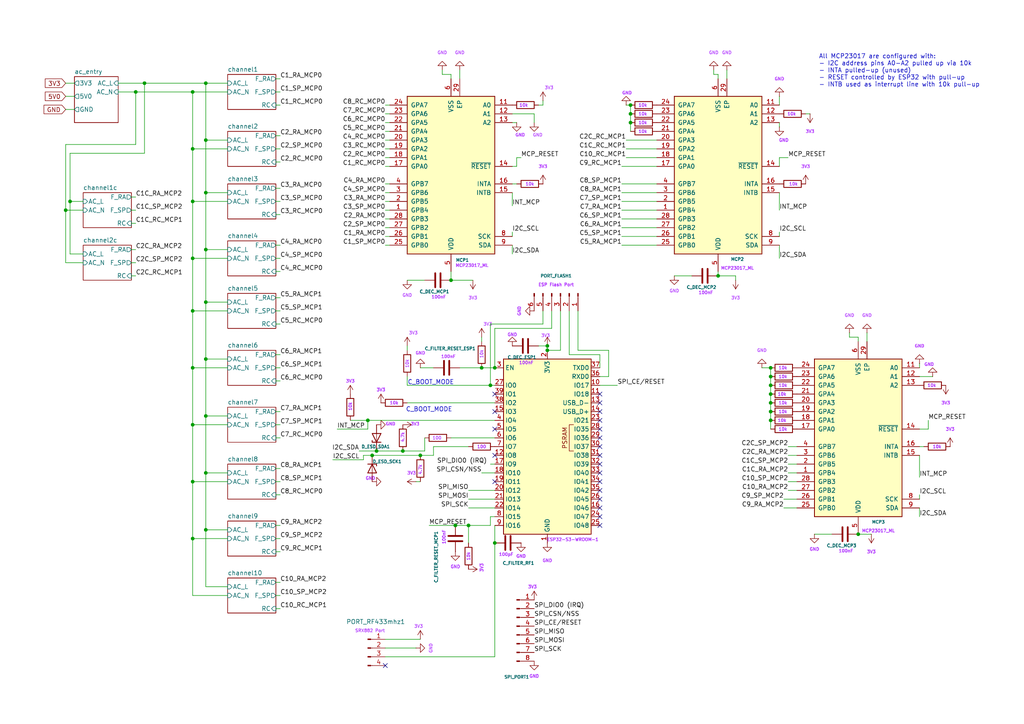
<source format=kicad_sch>
(kicad_sch (version 20250114) (generator "eeschema") (generator_version "9.0")
  (paper "A4")
  (title_block (title "MC-X2c") (date "2025-06-27") (rev "1.0") (company "Nelees") (comment 1 "12 generic channels (AC ) : Zones + Pump + Heater") (comment 3 "HVAC - Manifold Controller"))
  (text "C_BOOT_MODE" (at 124.46 118.872 0) (effects (font (size 1.27 1.27))))
  (text "All MCP23017 are configured with:\n- I2C address pins A0-A2 pulled up via 10k\n- INTA pulled-up (unused)\n- RESET controlled by ESP32 with pull-up\n- INTB used as interrupt line with 10k pull-up" (at 237.49 20.574 0) (effects (font (size 1.27 1.27)) (justify left)))
  (text "C_BOOT_MODE" (at 124.968 110.998 0) (effects (font (size 1.27 1.27))))
  (junction (at 59.69 137.16))
  (junction (at 121.92 132.08))
  (junction (at 223.52 121.92))
  (junction (at 143.51 106.68))
  (junction (at 55.88 58.42))
  (junction (at 55.88 106.68))
  (junction (at 139.7 106.68))
  (junction (at 55.88 156.21))
  (junction (at 223.52 109.22))
  (junction (at 55.88 26.67))
  (junction (at 59.69 24.13))
  (junction (at 19.05 60.96))
  (junction (at 182.88 30.48))
  (junction (at 59.69 153.67))
  (junction (at 208.28 80.01))
  (junction (at 59.69 104.14))
  (junction (at 223.52 116.84))
  (junction (at 59.69 72.39))
  (junction (at 182.88 33.02))
  (junction (at 182.88 35.56))
  (junction (at 55.88 43.18))
  (junction (at 59.69 55.88))
  (junction (at 223.52 114.3))
  (junction (at 55.88 139.7))
  (junction (at 223.52 106.68))
  (junction (at 59.69 40.64))
  (junction (at 158.75 100.33))
  (junction (at 55.88 123.19))
  (junction (at 142.24 111.76))
  (junction (at 41.91 24.13))
  (junction (at 20.32 58.42))
  (junction (at 59.69 87.63))
  (junction (at 130.81 81.28))
  (junction (at 55.88 74.93))
  (junction (at 59.69 120.65))
  (junction (at 132.08 152.4))
  (junction (at 135.89 152.4))
  (junction (at 39.37 26.67))
  (junction (at 109.22 130.81))
  (junction (at 116.84 130.81))
  (junction (at 143.51 157.48))
  (junction (at 107.95 132.08))
  (junction (at 223.52 119.38))
  (junction (at 106.68 121.92))
  (junction (at 158.75 101.6))
  (junction (at 223.52 111.76))
  (junction (at 55.88 90.17))
  (junction (at 248.92 154.94))
  (no_connect (at 143.51 139.7))
  (no_connect (at 143.51 132.08))
  (no_connect (at 173.99 114.3))
  (no_connect (at 143.51 114.3))
  (no_connect (at 173.99 139.7))
  (no_connect (at 173.99 119.38))
  (no_connect (at 173.99 121.92))
  (no_connect (at 173.99 142.24))
  (no_connect (at 173.99 134.62))
  (no_connect (at 173.99 149.86))
  (no_connect (at 111.76 193.04))
  (no_connect (at 173.99 147.32))
  (no_connect (at 173.99 132.08))
  (no_connect (at 173.99 129.54))
  (no_connect (at 173.99 137.16))
  (no_connect (at 173.99 127))
  (no_connect (at 173.99 124.46))
  (no_connect (at 143.51 119.38))
  (no_connect (at 173.99 144.78))
  (no_connect (at 143.51 124.46))
  (no_connect (at 173.99 152.4))
  (no_connect (at 173.99 116.84))
  (wire (pts (xy 66.04 58.42) (xy 55.88 58.42)))
  (wire (pts (xy 125.73 129.54) (xy 125.73 132.08)))
  (wire (pts (xy 39.37 60.96) (xy 38.1 60.96)))
  (wire (pts (xy 157.48 29.21) (xy 157.48 30.48)))
  (wire (pts (xy 130.81 127) (xy 143.51 127)))
  (wire (pts (xy 59.69 72.39) (xy 59.69 87.63)))
  (wire (pts (xy 81.28 106.68) (xy 80.01 106.68)))
  (wire (pts (xy 228.6 139.7) (xy 231.14 139.7)))
  (wire (pts (xy 55.88 26.67) (xy 55.88 43.18)))
  (wire (pts (xy 38.1 80.01) (xy 39.37 80.01)))
  (wire (pts (xy 223.52 114.3) (xy 223.52 116.84)))
  (wire (pts (xy 41.91 24.13) (xy 59.69 24.13)))
  (wire (pts (xy 246.38 97.79) (xy 248.92 97.79)))
  (wire (pts (xy 142.24 134.62) (xy 143.51 134.62)))
  (wire (pts (xy 143.51 95.25) (xy 160.02 95.25)))
  (wire (pts (xy 148.59 67.31) (xy 148.59 68.58)))
  (wire (pts (xy 143.51 157.48) (xy 143.51 152.4)))
  (wire (pts (xy 121.92 185.42) (xy 111.76 185.42)))
  (wire (pts (xy 81.28 135.89) (xy 80.01 135.89)))
  (wire (pts (xy 81.28 93.98) (xy 80.01 93.98)))
  (wire (pts (xy 96.52 133.35) (xy 105.41 133.35)))
  (wire (pts (xy 130.81 21.59) (xy 130.81 22.86)))
  (wire (pts (xy 135.89 144.78) (xy 143.51 144.78)))
  (wire (pts (xy 176.53 101.6) (xy 167.64 101.6)))
  (wire (pts (xy 55.88 139.7) (xy 55.88 123.19)))
  (wire (pts (xy 180.34 55.88) (xy 190.5 55.88)))
  (wire (pts (xy 160.02 95.25) (xy 160.02 90.17)))
  (wire (pts (xy 139.7 137.16) (xy 143.51 137.16)))
  (wire (pts (xy 59.69 137.16) (xy 59.69 120.65)))
  (wire (pts (xy 59.69 24.13) (xy 59.69 40.64)))
  (wire (pts (xy 111.76 53.34) (xy 113.03 53.34)))
  (wire (pts (xy 111.76 68.58) (xy 113.03 68.58)))
  (wire (pts (xy 39.37 76.2) (xy 38.1 76.2)))
  (wire (pts (xy 154.94 33.02) (xy 148.59 33.02)))
  (wire (pts (xy 269.24 124.46) (xy 266.7 124.46)))
  (wire (pts (xy 236.22 154.94) (xy 241.3 154.94)))
  (wire (pts (xy 162.56 90.17) (xy 162.56 101.6)))
  (wire (pts (xy 80.01 110.49) (xy 81.28 110.49)))
  (wire (pts (xy 111.76 60.96) (xy 113.03 60.96)))
  (wire (pts (xy 135.89 142.24) (xy 143.51 142.24)))
  (wire (pts (xy 66.04 172.72) (xy 55.88 172.72)))
  (wire (pts (xy 246.38 96.52) (xy 246.38 97.79)))
  (wire (pts (xy 180.34 66.04) (xy 190.5 66.04)))
  (wire (pts (xy 227.33 147.32) (xy 231.14 147.32)))
  (wire (pts (xy 207.01 20.32) (xy 207.01 21.59)))
  (wire (pts (xy 267.97 129.54) (xy 266.7 129.54)))
  (wire (pts (xy 109.22 130.81) (xy 116.84 130.81)))
  (wire (pts (xy 266.7 143.51) (xy 266.7 144.78)))
  (wire (pts (xy 81.28 58.42) (xy 80.01 58.42)))
  (wire (pts (xy 151.13 45.72) (xy 149.86 45.72)))
  (wire (pts (xy 173.99 102.87) (xy 165.1 102.87)))
  (wire (pts (xy 55.88 106.68) (xy 55.88 90.17)))
  (wire (pts (xy 121.92 132.08) (xy 125.73 132.08)))
  (wire (pts (xy 226.06 74.93) (xy 226.06 71.12)))
  (wire (pts (xy 142.24 111.76) (xy 143.51 111.76)))
  (wire (pts (xy 66.04 72.39) (xy 59.69 72.39)))
  (wire (pts (xy 105.41 132.08) (xy 107.95 132.08)))
  (wire (pts (xy 149.86 48.26) (xy 148.59 48.26)))
  (wire (pts (xy 223.52 109.22) (xy 223.52 111.76)))
  (wire (pts (xy 55.88 139.7) (xy 66.04 139.7)))
  (wire (pts (xy 81.28 172.72) (xy 80.01 172.72)))
  (wire (pts (xy 111.76 63.5) (xy 113.03 63.5)))
  (wire (pts (xy 149.86 35.56) (xy 148.59 35.56)))
  (wire (pts (xy 182.88 30.48) (xy 182.88 33.02)))
  (wire (pts (xy 207.01 21.59) (xy 208.28 21.59)))
  (wire (pts (xy 181.61 43.18) (xy 190.5 43.18)))
  (wire (pts (xy 66.04 153.67) (xy 59.69 153.67)))
  (wire (pts (xy 19.05 60.96) (xy 24.13 60.96)))
  (wire (pts (xy 20.32 58.42) (xy 24.13 58.42)))
  (wire (pts (xy 118.11 81.28) (xy 123.19 81.28)))
  (wire (pts (xy 213.36 80.01) (xy 208.28 80.01)))
  (wire (pts (xy 128.27 20.32) (xy 128.27 21.59)))
  (wire (pts (xy 111.76 30.48) (xy 113.03 30.48)))
  (wire (pts (xy 142.24 149.86) (xy 142.24 152.4)))
  (wire (pts (xy 226.06 45.72) (xy 226.06 48.26)))
  (wire (pts (xy 149.86 45.72) (xy 149.86 48.26)))
  (wire (pts (xy 59.69 72.39) (xy 59.69 55.88)))
  (wire (pts (xy 111.76 71.12) (xy 113.03 71.12)))
  (wire (pts (xy 180.34 71.12) (xy 190.5 71.12)))
  (wire (pts (xy 228.6 129.54) (xy 231.14 129.54)))
  (wire (pts (xy 66.04 87.63) (xy 59.69 87.63)))
  (wire (pts (xy 125.73 129.54) (xy 135.89 129.54)))
  (wire (pts (xy 81.28 39.37) (xy 80.01 39.37)))
  (wire (pts (xy 111.76 35.56) (xy 113.03 35.56)))
  (wire (pts (xy 80.01 143.51) (xy 81.28 143.51)))
  (wire (pts (xy 220.98 106.68) (xy 223.52 106.68)))
  (wire (pts (xy 20.32 58.42) (xy 20.32 44.45)))
  (wire (pts (xy 81.28 102.87) (xy 80.01 102.87)))
  (wire (pts (xy 81.28 123.19) (xy 80.01 123.19)))
  (wire (pts (xy 142.24 111.76) (xy 142.24 93.98)))
  (wire (pts (xy 223.52 116.84) (xy 223.52 119.38)))
  (wire (pts (xy 133.35 22.86) (xy 133.35 20.32)))
  (wire (pts (xy 226.06 36.83) (xy 226.06 35.56)))
  (wire (pts (xy 55.88 26.67) (xy 66.04 26.67)))
  (wire (pts (xy 182.88 33.02) (xy 182.88 35.56)))
  (wire (pts (xy 19.05 27.94) (xy 21.59 27.94)))
  (wire (pts (xy 223.52 106.68) (xy 223.52 109.22)))
  (wire (pts (xy 19.05 41.91) (xy 39.37 41.91)))
  (wire (pts (xy 248.92 97.79) (xy 248.92 99.06)))
  (wire (pts (xy 81.28 22.86) (xy 80.01 22.86)))
  (wire (pts (xy 81.28 71.12) (xy 80.01 71.12)))
  (wire (pts (xy 118.11 109.22) (xy 118.11 111.76)))
  (wire (pts (xy 19.05 60.96) (xy 19.05 76.2)))
  (wire (pts (xy 34.29 24.13) (xy 41.91 24.13)))
  (wire (pts (xy 156.21 100.33) (xy 158.75 100.33)))
  (wire (pts (xy 111.76 45.72) (xy 113.03 45.72)))
  (wire (pts (xy 80.01 30.48) (xy 81.28 30.48)))
  (wire (pts (xy 158.75 101.6) (xy 162.56 101.6)))
  (wire (pts (xy 20.32 73.66) (xy 24.13 73.66)))
  (wire (pts (xy 182.88 35.56) (xy 182.88 38.1)))
  (wire (pts (xy 41.91 44.45) (xy 41.91 24.13)))
  (wire (pts (xy 118.11 116.84) (xy 143.51 116.84)))
  (wire (pts (xy 66.04 137.16) (xy 59.69 137.16)))
  (wire (pts (xy 111.76 40.64) (xy 113.03 40.64)))
  (wire (pts (xy 66.04 74.93) (xy 55.88 74.93)))
  (wire (pts (xy 139.7 97.79) (xy 139.7 99.06)))
  (wire (pts (xy 143.51 106.68) (xy 143.51 95.25)))
  (wire (pts (xy 66.04 104.14) (xy 59.69 104.14)))
  (wire (pts (xy 59.69 153.67) (xy 59.69 170.18)))
  (wire (pts (xy 181.61 40.64) (xy 190.5 40.64)))
  (wire (pts (xy 132.08 152.4) (xy 135.89 152.4)))
  (wire (pts (xy 81.28 152.4) (xy 80.01 152.4)))
  (wire (pts (xy 104.14 130.81) (xy 109.22 130.81)))
  (wire (pts (xy 38.1 64.77) (xy 39.37 64.77)))
  (wire (pts (xy 223.52 111.76) (xy 223.52 114.3)))
  (wire (pts (xy 157.48 93.98) (xy 157.48 90.17)))
  (wire (pts (xy 165.1 90.17) (xy 165.1 102.87)))
  (wire (pts (xy 228.6 45.72) (xy 226.06 45.72)))
  (wire (pts (xy 154.94 35.56) (xy 154.94 33.02)))
  (wire (pts (xy 55.88 123.19) (xy 55.88 106.68)))
  (wire (pts (xy 59.69 40.64) (xy 66.04 40.64)))
  (wire (pts (xy 39.37 41.91) (xy 39.37 26.67)))
  (wire (pts (xy 158.75 101.6) (xy 158.75 100.33)))
  (wire (pts (xy 66.04 90.17) (xy 55.88 90.17)))
  (wire (pts (xy 226.06 67.31) (xy 226.06 68.58)))
  (wire (pts (xy 39.37 57.15) (xy 38.1 57.15)))
  (wire (pts (xy 124.46 152.4) (xy 132.08 152.4)))
  (wire (pts (xy 142.24 152.4) (xy 135.89 152.4)))
  (wire (pts (xy 142.24 93.98) (xy 157.48 93.98)))
  (wire (pts (xy 59.69 137.16) (xy 59.69 153.67)))
  (wire (pts (xy 213.36 81.28) (xy 213.36 80.01)))
  (wire (pts (xy 133.35 106.68) (xy 139.7 106.68)))
  (wire (pts (xy 266.7 106.68) (xy 266.7 105.41)))
  (wire (pts (xy 81.28 43.18) (xy 80.01 43.18)))
  (wire (pts (xy 223.52 121.92) (xy 223.52 124.46)))
  (wire (pts (xy 228.6 134.62) (xy 231.14 134.62)))
  (wire (pts (xy 157.48 30.48) (xy 156.21 30.48)))
  (wire (pts (xy 135.89 157.48) (xy 135.89 152.4)))
  (wire (pts (xy 266.7 109.22) (xy 270.51 109.22)))
  (wire (pts (xy 111.76 48.26) (xy 113.03 48.26)))
  (wire (pts (xy 137.16 81.28) (xy 130.81 81.28)))
  (wire (pts (xy 139.7 106.68) (xy 143.51 106.68)))
  (wire (pts (xy 81.28 119.38) (xy 80.01 119.38)))
  (wire (pts (xy 173.99 102.87) (xy 173.99 106.68)))
  (wire (pts (xy 176.53 109.22) (xy 173.99 109.22)))
  (wire (pts (xy 116.84 130.81) (xy 123.19 130.81)))
  (wire (pts (xy 118.11 111.76) (xy 142.24 111.76)))
  (wire (pts (xy 143.51 190.5) (xy 143.51 157.48)))
  (wire (pts (xy 120.65 187.96) (xy 111.76 187.96)))
  (wire (pts (xy 55.88 43.18) (xy 66.04 43.18)))
  (wire (pts (xy 121.92 106.68) (xy 125.73 106.68)))
  (wire (pts (xy 81.28 78.74) (xy 80.01 78.74)))
  (wire (pts (xy 195.58 80.01) (xy 200.66 80.01)))
  (wire (pts (xy 149.86 53.34) (xy 148.59 53.34)))
  (wire (pts (xy 228.6 142.24) (xy 231.14 142.24)))
  (wire (pts (xy 128.27 21.59) (xy 130.81 21.59)))
  (wire (pts (xy 148.59 59.69) (xy 148.59 55.88)))
  (wire (pts (xy 59.69 87.63) (xy 59.69 104.14)))
  (wire (pts (xy 81.28 156.21) (xy 80.01 156.21)))
  (wire (pts (xy 130.81 81.28) (xy 130.81 78.74)))
  (wire (pts (xy 226.06 27.94) (xy 226.06 30.48)))
  (wire (pts (xy 179.07 111.76) (xy 173.99 111.76)))
  (wire (pts (xy 111.76 33.02) (xy 113.03 33.02)))
  (wire (pts (xy 210.82 22.86) (xy 210.82 20.32)))
  (wire (pts (xy 19.05 76.2) (xy 24.13 76.2)))
  (wire (pts (xy 59.69 24.13) (xy 66.04 24.13)))
  (wire (pts (xy 20.32 44.45) (xy 41.91 44.45)))
  (wire (pts (xy 80.01 127) (xy 81.28 127)))
  (wire (pts (xy 180.34 58.42) (xy 190.5 58.42)))
  (wire (pts (xy 80.01 160.02) (xy 81.28 160.02)))
  (wire (pts (xy 55.88 156.21) (xy 55.88 139.7)))
  (wire (pts (xy 59.69 55.88) (xy 59.69 40.64)))
  (wire (pts (xy 111.76 58.42) (xy 113.03 58.42)))
  (wire (pts (xy 81.28 86.36) (xy 80.01 86.36)))
  (wire (pts (xy 180.34 53.34) (xy 190.5 53.34)))
  (wire (pts (xy 266.7 149.86) (xy 266.7 147.32)))
  (wire (pts (xy 208.28 21.59) (xy 208.28 22.86)))
  (wire (pts (xy 97.79 124.46) (xy 106.68 124.46)))
  (wire (pts (xy 19.05 31.75) (xy 21.59 31.75)))
  (wire (pts (xy 106.68 121.92) (xy 143.51 121.92)))
  (wire (pts (xy 55.88 74.93) (xy 55.88 58.42)))
  (wire (pts (xy 106.68 124.46) (xy 106.68 121.92)))
  (wire (pts (xy 226.06 60.96) (xy 226.06 55.88)))
  (wire (pts (xy 66.04 120.65) (xy 59.69 120.65)))
  (wire (pts (xy 227.33 144.78) (xy 231.14 144.78)))
  (wire (pts (xy 81.28 74.93) (xy 80.01 74.93)))
  (wire (pts (xy 269.24 121.92) (xy 269.24 124.46)))
  (wire (pts (xy 80.01 176.53) (xy 81.28 176.53)))
  (wire (pts (xy 234.95 33.02) (xy 233.68 33.02)))
  (wire (pts (xy 228.6 137.16) (xy 231.14 137.16)))
  (wire (pts (xy 66.04 170.18) (xy 59.69 170.18)))
  (wire (pts (xy 81.28 90.17) (xy 80.01 90.17)))
  (wire (pts (xy 66.04 55.88) (xy 59.69 55.88)))
  (wire (pts (xy 181.61 45.72) (xy 190.5 45.72)))
  (wire (pts (xy 252.73 154.94) (xy 248.92 154.94)))
  (wire (pts (xy 180.34 48.26) (xy 190.5 48.26)))
  (wire (pts (xy 118.11 100.33) (xy 118.11 101.6)))
  (wire (pts (xy 142.24 149.86) (xy 143.51 149.86)))
  (wire (pts (xy 20.32 58.42) (xy 20.32 73.66)))
  (wire (pts (xy 105.41 133.35) (xy 105.41 132.08)))
  (wire (pts (xy 34.29 26.67) (xy 39.37 26.67)))
  (wire (pts (xy 180.34 60.96) (xy 190.5 60.96)))
  (wire (pts (xy 181.61 30.48) (xy 182.88 30.48)))
  (wire (pts (xy 101.6 121.92) (xy 106.68 121.92)))
  (wire (pts (xy 55.88 90.17) (xy 55.88 74.93)))
  (wire (pts (xy 111.76 190.5) (xy 143.51 190.5)))
  (wire (pts (xy 19.05 24.13) (xy 21.59 24.13)))
  (wire (pts (xy 81.28 168.91) (xy 80.01 168.91)))
  (wire (pts (xy 19.05 41.91) (xy 19.05 60.96)))
  (wire (pts (xy 81.28 26.67) (xy 80.01 26.67)))
  (wire (pts (xy 39.37 72.39) (xy 38.1 72.39)))
  (wire (pts (xy 180.34 68.58) (xy 190.5 68.58)))
  (wire (pts (xy 120.65 139.7) (xy 121.92 139.7)))
  (wire (pts (xy 223.52 119.38) (xy 223.52 121.92)))
  (wire (pts (xy 111.76 66.04) (xy 113.03 66.04)))
  (wire (pts (xy 111.76 43.18) (xy 113.03 43.18)))
  (wire (pts (xy 111.76 55.88) (xy 113.03 55.88)))
  (wire (pts (xy 81.28 139.7) (xy 80.01 139.7)))
  (wire (pts (xy 148.59 73.66) (xy 148.59 71.12)))
  (wire (pts (xy 55.88 172.72) (xy 55.88 156.21)))
  (wire (pts (xy 66.04 156.21) (xy 55.88 156.21)))
  (wire (pts (xy 228.6 132.08) (xy 231.14 132.08)))
  (wire (pts (xy 81.28 54.61) (xy 80.01 54.61)))
  (wire (pts (xy 107.95 132.08) (xy 121.92 132.08)))
  (wire (pts (xy 135.89 147.32) (xy 143.51 147.32)))
  (wire (pts (xy 266.7 138.43) (xy 266.7 132.08)))
  (wire (pts (xy 80.01 62.23) (xy 81.28 62.23)))
  (wire (pts (xy 66.04 123.19) (xy 55.88 123.19)))
  (wire (pts (xy 66.04 106.68) (xy 55.88 106.68)))
  (wire (pts (xy 39.37 26.67) (xy 55.88 26.67)))
  (wire (pts (xy 59.69 120.65) (xy 59.69 104.14)))
  (wire (pts (xy 123.19 130.81) (xy 123.19 127)))
  (wire (pts (xy 208.28 80.01) (xy 208.28 78.74)))
  (wire (pts (xy 167.64 90.17) (xy 167.64 101.6)))
  (wire (pts (xy 180.34 63.5) (xy 190.5 63.5)))
  (wire (pts (xy 251.46 99.06) (xy 251.46 96.52)))
  (wire (pts (xy 55.88 58.42) (xy 55.88 43.18)))
  (wire (pts (xy 176.53 101.6) (xy 176.53 109.22)))
  (wire (pts (xy 111.76 38.1) (xy 113.03 38.1)))
  (wire (pts (xy 80.01 46.99) (xy 81.28 46.99)))
  (label "SPI_MISO" (at 135.89 142.24 180))
  (label "C3_SP_MCP0" (at 81.28 58.42 0))
  (label "C1_RA_MCP0" (at 81.28 22.86 0))
  (label "C9_SP_MCP2" (at 227.33 144.78 180))
  (label "C1_SP_MCP0" (at 111.76 71.12 180))
  (label "C3_SP_MCP0" (at 111.76 60.96 180))
  (label "C6_RC_MCP0" (at 111.76 35.56 180))
  (label "C5_SP_MCP1" (at 81.28 90.17 0))
  (label "C4_SP_MCP0" (at 81.28 74.93 0))
  (label "I2C_SDA" (at 148.59 73.66 0))
  (label "C7_SP_MCP1" (at 180.34 58.42 180))
  (label "MCP_RESET" (at 228.6 45.72 0))
  (label "C6_RA_MCP1" (at 180.34 66.04 180))
  (label "C9_RA_MCP2" (at 81.28 152.4 0))
  (label "C6_SP_MCP1" (at 81.28 106.68 0))
  (label "C2C_SP_MCP2" (at 39.37 76.2 0))
  (label "C1_SP_MCP0" (at 81.28 26.67 0))
  (label "C1C_SP_MCP2" (at 228.6 134.62 180))
  (label "C10_RA_MCP2" (at 228.6 142.24 180))
  (label "C5_RA_MCP1" (at 81.28 86.36 0))
  (label "MCP_RESET" (at 124.46 152.4 0))
  (label "C8_RA_MCP1" (at 81.28 135.89 0))
  (label "C2_RC_MCP0" (at 81.28 46.99 0))
  (label "C7_RA_MCP1" (at 180.34 60.96 180))
  (label "MCP_RESET" (at 151.13 45.72 0))
  (label "C10_RC_MCP1" (at 81.28 176.53 0))
  (label "C9_RA_MCP2" (at 227.33 147.32 180))
  (label "SPI_MOSI" (at 135.89 144.78 180))
  (label "SPI_DIO0 (IRQ) " (at 154.94 176.53 0))
  (label "SPI_CE{slash}RESET" (at 154.94 181.61 0))
  (label "C4_RA_MCP0" (at 81.28 71.12 0))
  (label "C1C_RA_MCP2" (at 39.37 57.15 0))
  (label "C2_SP_MCP0" (at 81.28 43.18 0))
  (label "SPI_MOSI" (at 154.94 186.69 0))
  (label "I2C_SDA" (at 104.14 130.81 180))
  (label "C6_SP_MCP1" (at 180.34 63.5 180))
  (label "SPI_MISO" (at 154.94 184.15 0))
  (label "C2C_SP_MCP2" (at 228.6 129.54 180))
  (label "C9_RC_MCP1" (at 81.28 160.02 0))
  (label "C1C_SP_MCP2" (at 39.37 60.96 0))
  (label "C3_RC_MCP0" (at 111.76 43.18 180))
  (label "C2_SP_MCP0" (at 111.76 66.04 180))
  (label "I2C_SDA" (at 226.06 74.93 0))
  (label "C9_SP_MCP2" (at 81.28 156.21 0))
  (label "SPI_CE{slash}RESET" (at 179.07 111.76 0))
  (label "C7_SP_MCP1" (at 81.28 123.19 0))
  (label "C8_RC_MCP0" (at 111.76 30.48 180))
  (label "C3_RC_MCP0" (at 81.28 62.23 0))
  (label "C10_SP_MCP2" (at 228.6 139.7 180))
  (label "SPI_DIO0 (IRQ) " (at 142.24 134.62 180))
  (label "C8_SP_MCP1" (at 81.28 139.7 0))
  (label "C8_RC_MCP0" (at 81.28 143.51 0))
  (label "C1_RC_MCP0" (at 111.76 48.26 180))
  (label "INT_MCP" (at 226.06 60.96 0))
  (label "C10_RC_MCP1" (at 181.61 45.72 180))
  (label "I2C_SCL" (at 266.7 143.51 0))
  (label "C8_RA_MCP1" (at 180.34 55.88 180))
  (label "C2_RA_MCP0" (at 111.76 63.5 180))
  (label "C6_RA_MCP1" (at 81.28 102.87 0))
  (label "MCP_RESET" (at 269.24 121.92 0))
  (label "C2_RC_MCP0" (at 111.76 45.72 180))
  (label "I2C_SDA" (at 266.7 149.86 0))
  (label "C1_RC_MCP0" (at 81.28 30.48 0))
  (label "INT_MCP" (at 148.59 59.69 0))
  (label "C4_RA_MCP0" (at 111.76 53.34 180))
  (label "C7_RC_MCP0" (at 111.76 33.02 180))
  (label "C1C_RC_MCP1" (at 181.61 43.18 180))
  (label "INT_MCP" (at 266.7 138.43 0))
  (label "C3_RA_MCP0" (at 81.28 54.61 0))
  (label "C9_RC_MCP1" (at 180.34 48.26 180))
  (label "I2C_SCL" (at 148.59 67.31 0))
  (label "C3_RA_MCP0" (at 111.76 58.42 180))
  (label "C2C_RA_MCP2" (at 228.6 132.08 180))
  (label "C4_SP_MCP0" (at 111.76 55.88 180))
  (label "C4_RC_MCP0" (at 81.28 78.74 0))
  (label "C4_RC_MCP0" (at 111.76 40.64 180))
  (label "C7_RC_MCP0" (at 81.28 127 0))
  (label "C2C_RA_MCP2" (at 39.37 72.39 0))
  (label "C5_RC_MCP0" (at 81.28 93.98 0))
  (label "C5_RA_MCP1" (at 180.34 71.12 180))
  (label "C7_RA_MCP1" (at 81.28 119.38 0))
  (label "C2C_RC_MCP1" (at 181.61 40.64 180))
  (label "I2C_SCL" (at 226.06 67.31 0))
  (label "SPI_CSN{slash}NSS" (at 154.94 179.07 0))
  (label "I2C_SCL" (at 96.52 133.35 0))
  (label "C1C_RA_MCP2" (at 228.6 137.16 180))
  (label "SPI_CSN{slash}NSS" (at 139.7 137.16 180))
  (label "C1C_RC_MCP1" (at 39.37 64.77 0))
  (label "INT_MCP" (at 97.79 124.46 0))
  (label "C10_SP_MCP2" (at 81.28 172.72 0))
  (label "C1_RA_MCP0" (at 111.76 68.58 180))
  (label "SPI_SCK" (at 154.94 189.23 0))
  (label "C10_RA_MCP2" (at 81.28 168.91 0))
  (label "SPI_SCK" (at 135.89 147.32 180))
  (label "C6_RC_MCP0" (at 81.28 110.49 0))
  (label "C2C_RC_MCP1" (at 39.37 80.01 0))
  (label "C2_RA_MCP0" (at 81.28 39.37 0))
  (label "C5_SP_MCP1" (at 180.34 68.58 180))
  (label "C8_SP_MCP1" (at 180.34 53.34 180))
  (label "C5_RC_MCP0" (at 111.76 38.1 180))
  (global_label "3V3" (shape input) (at 19.05 24.13 180) (property "Intersheetrefs" "${INTERSHEET_REFS}" (effects (hide yes))))
  (global_label "GND" (shape input) (at 19.05 31.75 180) (property "Intersheetrefs" "${INTERSHEET_REFS}" (effects (hide yes))))
  (global_label "5V0" (shape input) (at 19.05 27.94 180) (property "Intersheetrefs" "${INTERSHEET_REFS}" (effects (hide yes))))
  (symbol (lib_id "Connector:Conn_01x04_Pin") (at 106.68 187.96 0) (unit 1)
    (property "Reference" "PORT_RF433mhz1" (at 108.966 180.34 0))
    (property "Value" "SRX882 Port" (at 107.315 182.88 0) (effects (font (size 0.889 0.889))))
    (property "Footprint" "Connector_JST:JST_EH_B4B-EH-A_1x04_P2.50mm_Vertical" (effects (hide yes)))
    (property "Description" "Generic connector, single row, 01x04, script generated" (effects (hide yes)))
  )
  (symbol (lib_id "Device:C") (at 127 81.28 90) (unit 1)
    (property "Reference" "C_DEC_MCP1" (at 125.984 84.582 90) (effects (font (size 0.889 0.889))))
    (property "Value" "100nF" (at 127.254 86.106 90) (effects (font (size 0.889 0.889))))
    (property "Description" "Unpolarized capacitor" (effects (hide yes)))
  )
  (symbol (lib_name "GND_1") (lib_id "power:GND") (at 236.22 154.94 0) (unit 1)
    (property "Reference" "#PWR033" (effects (hide yes)))
    (property "Value" "GND" (at 236.22 159.258 0) (effects (font (size 0.889 0.889))))
    (property "Description" "Power symbol creates a global label with name \"GND\" , ground" (effects (hide yes)))
  )
  (symbol (lib_id "power:GND") (at 226.06 36.83 0) (unit 1)
    (property "Reference" "#PWR030" (effects (hide yes)))
    (property "Value" "GND" (at 227.33 40.64 0) (effects (font (size 0.889 0.889))))
    (property "Description" "Power symbol creates a global label with name \"GND\" , ground" (effects (hide yes)))
  )
  (symbol (lib_id "Device:C") (at 204.47 80.01 90) (unit 1)
    (property "Reference" "C_DEC_MCP2" (at 203.454 83.312 90) (effects (font (size 0.889 0.889))))
    (property "Value" "100nF" (at 204.724 84.836 90) (effects (font (size 0.889 0.889))))
    (property "Description" "Unpolarized capacitor" (effects (hide yes)))
  )
  (symbol (lib_id "power:GND") (at 107.95 139.7 90) (unit 1)
    (property "Reference" "#PWR020" (effects (hide yes)))
    (property "Value" "GND" (at 107.442 138.684 90) (effects (font (size 0.889 0.889))))
    (property "Description" "Power symbol creates a global label with name \"GND\" , ground" (effects (hide yes)))
  )
  (symbol (lib_id "Device:R") (at 227.33 106.68 90) (unit 1)
    (property "Reference" "R_PULLDOWN5" (effects (hide yes)))
    (property "Value" "10k" (at 227.076 106.68 90) (effects (font (size 0.889 0.889))))
    (property "Description" "Resistor" (effects (hide yes)))
  )
  (symbol (lib_id "power:GND") (at 109.22 123.19 90) (unit 1)
    (property "Reference" "#PWR019" (effects (hide yes)))
    (property "Value" "GND" (at 113.284 122.936 90) (effects (font (size 0.889 0.889))))
    (property "Description" "Power symbol creates a global label with name \"GND\" , ground" (effects (hide yes)))
  )
  (symbol (lib_id "power:+3V3") (at 118.11 100.33 0) (unit 1)
    (property "Reference" "#PWR02" (effects (hide yes)))
    (property "Value" "3V3" (at 119.888 96.52 0) (effects (font (size 0.889 0.889))))
    (property "Description" "Power symbol creates a global label with name \"+3V3\"" (effects (hide yes)))
  )
  (symbol (lib_id "Device:R") (at 229.87 33.02 90) (unit 1)
    (property "Reference" "R_PU_MCP1_A1" (effects (hide yes)))
    (property "Value" "10k" (at 229.616 33.02 90) (effects (font (size 0.889 0.889))))
    (property "Description" "Resistor" (effects (hide yes)))
  )
  (symbol (lib_id "power:+3V3") (at 252.73 154.94 180) (unit 1)
    (property "Reference" "#PWR036" (effects (hide yes)))
    (property "Value" "3V3" (at 252.73 160.02 0) (effects (font (size 0.889 0.889))))
    (property "Description" "Power symbol creates a global label with name \"+3V3\"" (effects (hide yes)))
  )
  (symbol (lib_id "power:+3V3") (at 121.92 185.42 0) (unit 1)
    (property "Reference" "#PWR0174" (effects (hide yes)))
    (property "Value" "3V3" (at 121.412 181.61 0) (effects (font (size 0.889 0.889))))
    (property "Description" "Power symbol creates a global label with name \"+3V3\"" (effects (hide yes)))
  )
  (symbol (lib_id "RF_Module:ESP32-S3-WROOM-1") (at 158.75 129.54 0) (unit 1)
    (property "Reference" "MAIN_MCU1" (effects (hide yes)))
    (property "Value" "ESP32-S3-WROOM-1" (at 166.116 156.464 0) (effects (font (size 0.889 0.889))))
    (property "Footprint" "RF_Module:ESP32-S3-WROOM-1" (effects (hide yes)))
    (property "Datasheet" "https://www.espressif.com/sites/default/files/documentation/esp32-s3-wroom-1_wroom-1u_datasheet_en.pdf" (effects (hide yes)))
    (property "Description" "RF Module, ESP32-S3 SoC, Wi-Fi 802.11b/g/n, Bluetooth, BLE, 32-bit, 3.3V, onboard antenna, SMD" (effects (hide yes)))
  )
  (symbol (lib_id "power:+3V3") (at 158.75 100.33 0) (unit 1)
    (property "Reference" "#PWR016" (effects (hide yes)))
    (property "Value" "3V3" (at 158.242 97.282 0) (effects (font (size 0.889 0.889))))
    (property "Description" "Power symbol creates a global label with name \"+3V3\"" (effects (hide yes)))
  )
  (symbol (lib_name "GND_1") (lib_id "power:GND") (at 154.94 90.17 270) (unit 1)
    (property "Reference" "#PWR013" (effects (hide yes)))
    (property "Value" "GND" (at 150.622 90.17 0) (effects (font (size 0.889 0.889))))
    (property "Description" "Power symbol creates a global label with name \"GND\" , ground" (effects (hide yes)))
  )
  (symbol (lib_id "power:+3V3") (at 110.49 116.84 0) (unit 1)
    (property "Reference" "#PWR03" (effects (hide yes)))
    (property "Value" "3V3" (at 110.49 113.03 0) (effects (font (size 0.889 0.889))))
    (property "Description" "Power symbol creates a global label with name \"+3V3\"" (effects (hide yes)))
  )
  (symbol (lib_id "Device:R") (at 186.69 30.48 90) (unit 1)
    (property "Reference" "R_PULLDOWN1" (effects (hide yes)))
    (property "Value" "10k" (at 186.436 30.48 90) (effects (font (size 0.889 0.889))))
    (property "Description" "Resistor" (effects (hide yes)))
  )
  (symbol (lib_id "power:+3V3") (at 120.65 139.7 90) (unit 1)
    (property "Reference" "#PWR024" (effects (hide yes)))
    (property "Value" "3V3" (at 119.38 137.16 90) (effects (font (size 0.889 0.889))))
    (property "Description" "Power symbol creates a global label with name \"+3V3\"" (effects (hide yes)))
  )
  (symbol (lib_id "Device:R") (at 114.3 116.84 270) (unit 1)
    (property "Reference" "R_PULLUP_RESET_ESP2" (effects (hide yes)))
    (property "Value" "10k" (at 114.3 116.84 90) (effects (font (size 0.889 0.889))))
    (property "Description" "Resistor" (effects (hide yes)))
  )
  (symbol (lib_id "power:+3V3") (at 233.68 53.34 0) (unit 1)
    (property "Reference" "#PWR031" (effects (hide yes)))
    (property "Value" "3V3" (at 233.68 48.26 0) (effects (font (size 0.889 0.889))))
    (property "Description" "Power symbol creates a global label with name \"+3V3\"" (effects (hide yes)))
  )
  (symbol (lib_id "power:+3V3") (at 139.7 97.79 0) (unit 1)
    (property "Reference" "#PWR09" (effects (hide yes)))
    (property "Value" "3V3" (at 141.478 93.98 0) (effects (font (size 0.889 0.889))))
    (property "Description" "Power symbol creates a global label with name \"+3V3\"" (effects (hide yes)))
  )
  (symbol (lib_id "power:GND") (at 207.01 20.32 180) (unit 1)
    (property "Reference" "#PWR025" (effects (hide yes)))
    (property "Value" "GND" (at 207.01 15.24 0) (effects (font (size 0.889 0.889))))
    (property "Description" "Power symbol creates a global label with name \"GND\" , ground" (effects (hide yes)))
  )
  (symbol (lib_id "Device:R") (at 227.33 121.92 90) (unit 1)
    (property "Reference" "R_PULLDOWN11" (effects (hide yes)))
    (property "Value" "10k" (at 226.822 121.92 90) (effects (font (size 0.889 0.889))))
    (property "Description" "Resistor" (effects (hide yes)))
  )
  (symbol (lib_id "Interface_Expansion:MCP23017_ML") (at 208.28 50.8 180) (unit 1)
    (property "Reference" "MCP2" (at 213.868 75.184 0) (effects (font (size 0.889 0.889))))
    (property "Value" "MCP23017_ML" (at 213.868 77.724 0) (effects (font (size 0.889 0.889))))
    (property "Footprint" "Package_DFN_QFN:QFN-28-1EP_6x6mm_P0.65mm_EP4.25x4.25mm" (effects (hide yes)))
    (property "Datasheet" "https://ww1.microchip.com/downloads/aemDocuments/documents/APID/ProductDocuments/DataSheets/MCP23017-Data-Sheet-DS20001952.pdf" (effects (hide yes)))
    (property "Description" "16-bit I/O expander, I2C, interrupts, w pull-ups, GPA/B7 output only (https://microchip.my.site.com/s/article/GPA7---GPB7-Cannot-Be-Used-as-Inputs-In-MCP23017), QFN-28" (effects (hide yes)))
  )
  (symbol (lib_id "Device:R") (at 153.67 53.34 90) (unit 1)
    (property "Reference" "R_PULLUP_INTA1" (effects (hide yes)))
    (property "Value" "10k" (at 153.67 53.34 90) (effects (font (size 0.889 0.889))))
    (property "Description" "Resistor PULL UP MCP Reset" (effects (hide yes)))
  )
  (symbol (lib_id "power:GND") (at 151.13 157.48 0) (unit 1)
    (property "Reference" "#PWR0176" (effects (hide yes)))
    (property "Value" "GND" (at 151.13 161.29 0) (effects (font (size 0.889 0.889))))
    (property "Description" "Power symbol creates a global label with name \"GND\" , ground" (effects (hide yes)))
  )
  (symbol (lib_id "Device:R") (at 227.33 114.3 90) (unit 1)
    (property "Reference" "R_PULLDOWN8" (effects (hide yes)))
    (property "Value" "10k" (at 226.822 114.3 90) (effects (font (size 0.889 0.889))))
    (property "Description" "Resistor" (effects (hide yes)))
  )
  (symbol (lib_id "power:+3V3") (at 213.36 81.28 180) (unit 1)
    (property "Reference" "#PWR027" (effects (hide yes)))
    (property "Value" "3V3" (at 213.36 86.36 0) (effects (font (size 0.889 0.889))))
    (property "Description" "Power symbol creates a global label with name \"+3V3\"" (effects (hide yes)))
  )
  (symbol (lib_id "Device:R") (at 271.78 129.54 90) (unit 1)
    (property "Reference" "R_PU_INTA2" (effects (hide yes)))
    (property "Value" "10k" (at 271.78 129.54 90) (effects (font (size 0.889 0.889))))
    (property "Description" "Resistor PULL UP MCP Reset" (effects (hide yes)))
  )
  (symbol (lib_id "Device:R") (at 186.69 33.02 90) (unit 1)
    (property "Reference" "R_PULLDOWN2" (effects (hide yes)))
    (property "Value" "10k" (at 186.436 33.02 90) (effects (font (size 0.889 0.889))))
    (property "Description" "Resistor" (effects (hide yes)))
  )
  (symbol (lib_name "GND_1") (lib_id "power:GND") (at 132.08 160.02 0) (unit 1)
    (property "Reference" "#PWR0175" (effects (hide yes)))
    (property "Value" "GND" (at 132.08 164.338 0) (effects (font (size 0.889 0.889))))
    (property "Description" "Power symbol creates a global label with name \"GND\" , ground" (effects (hide yes)))
  )
  (symbol (lib_id "power:+3V3") (at 154.94 173.99 0) (unit 1)
    (property "Reference" "#PWR0178" (effects (hide yes)))
    (property "Value" "3V3" (at 154.432 170.18 0) (effects (font (size 0.889 0.889))))
    (property "Description" "Power symbol creates a global label with name \"+3V3\"" (effects (hide yes)))
  )
  (symbol (lib_id "Device:R") (at 152.4 30.48 90) (unit 1)
    (property "Reference" "R_PU_MCP0_A1" (effects (hide yes)))
    (property "Value" "10k" (at 151.892 30.48 90) (effects (font (size 0.889 0.889))))
    (property "Description" "Resistor" (effects (hide yes)))
  )
  (symbol (lib_id "power:GND") (at 128.27 20.32 180) (unit 1)
    (property "Reference" "#PWR05" (effects (hide yes)))
    (property "Value" "GND" (at 128.27 15.24 0) (effects (font (size 0.889 0.889))))
    (property "Description" "Power symbol creates a global label with name \"GND\" , ground" (effects (hide yes)))
  )
  (symbol (lib_id "power:+3V3") (at 234.95 33.02 180) (unit 1)
    (property "Reference" "#PWR032" (effects (hide yes)))
    (property "Value" "3V3" (at 234.95 38.1 0) (effects (font (size 0.889 0.889))))
    (property "Description" "Power symbol creates a global label with name \"+3V3\"" (effects (hide yes)))
  )
  (symbol (lib_id "Device:R") (at 101.6 118.11 0) (unit 1)
    (property "Reference" "R_PULLUP_INTB1" (effects (hide yes)))
    (property "Value" "10k" (at 101.6 117.856 90) (effects (font (size 0.889 0.889))))
    (property "Description" "Resistor" (effects (hide yes)))
  )
  (symbol (lib_name "GND_1") (lib_id "power:GND") (at 120.65 187.96 90) (unit 1)
    (property "Reference" "#PWR0173" (effects (hide yes)))
    (property "Value" "GND" (at 124.968 187.96 0) (effects (font (size 0.889 0.889))))
    (property "Description" "Power symbol creates a global label with name \"GND\" , ground" (effects (hide yes)))
  )
  (symbol (lib_id "Diode:ESD5Zxx") (at 109.22 127 90) (unit 1)
    (property "Reference" "D_ESD_SDA1" (at 108.966 129.54 90) (effects (font (size 0.889 0.889))))
    (property "Value" "ESD5Z3.3" (effects (hide yes)))
    (property "Footprint" "Diode_SMD:D_SOD-523" (effects (hide yes)))
    (property "Datasheet" "https://www.onsemi.com/pdf/datasheet/esd5z2.5t1-d.pdf" (effects (hide yes)))
    (property "Description" "ESD Protection Diode, SOD-523" (effects (hide yes)))
  )
  (symbol (lib_id "Device:R") (at 116.84 127 0) (unit 1)
    (property "Reference" "R_PULLUP_SDA1" (effects (hide yes)))
    (property "Value" "4.7k" (at 116.84 126.746 90) (effects (font (size 0.889 0.889))))
    (property "Description" "Resistor" (effects (hide yes)))
  )
  (symbol (lib_id "Device:R") (at 186.69 38.1 90) (unit 1)
    (property "Reference" "R_PULLDOWN4" (effects (hide yes)))
    (property "Value" "10k" (at 186.436 38.1 90) (effects (font (size 0.889 0.889))))
    (property "Description" "Resistor" (effects (hide yes)))
  )
  (symbol (lib_id "power:+3V3") (at 116.84 123.19 270) (unit 1)
    (property "Reference" "#PWR023" (effects (hide yes)))
    (property "Value" "3V3" (at 120.396 122.936 90) (effects (font (size 0.889 0.889))))
    (property "Description" "Power symbol creates a global label with name \"+3V3\"" (effects (hide yes)))
  )
  (symbol (lib_id "Device:R") (at 139.7 102.87 180) (unit 1)
    (property "Reference" "R_PULLUP_RESET_ESP3" (effects (hide yes)))
    (property "Value" "10k" (at 139.7 102.616 90) (effects (font (size 0.889 0.889))))
    (property "Description" "Resistor" (effects (hide yes)))
  )
  (symbol (lib_name "GND_1") (lib_id "power:GND") (at 121.92 106.68 180) (unit 1)
    (property "Reference" "#PWR04" (effects (hide yes)))
    (property "Value" "GND" (at 121.92 102.362 0) (effects (font (size 0.889 0.889))))
    (property "Description" "Power symbol creates a global label with name \"GND\" , ground" (effects (hide yes)))
  )
  (symbol (lib_id "Device:C") (at 152.4 100.33 90) (unit 1)
    (property "Reference" "C_DEC_ESP1" (at 151.384 103.632 90) (effects (font (size 0.889 0.889))))
    (property "Value" "100nF" (at 152.654 105.156 90) (effects (font (size 0.889 0.889))))
    (property "Description" "Unpolarized capacitor" (effects (hide yes)))
  )
  (symbol (lib_name "GND_1") (lib_id "power:GND") (at 154.94 191.77 0) (unit 1)
    (property "Reference" "#PWR0177" (effects (hide yes)))
    (property "Value" "GND" (at 154.94 196.088 0) (effects (font (size 0.889 0.889))))
    (property "Description" "Power symbol creates a global label with name \"GND\" , ground" (effects (hide yes)))
  )
  (symbol (lib_id "power:+3V3") (at 157.48 53.34 0) (unit 1)
    (property "Reference" "#PWR015" (effects (hide yes)))
    (property "Value" "3V3" (at 157.48 48.26 0) (effects (font (size 0.889 0.889))))
    (property "Description" "Power symbol creates a global label with name \"+3V3\"" (effects (hide yes)))
  )
  (symbol (lib_id "power:GND") (at 226.06 27.94 180) (unit 1)
    (property "Reference" "#PWR029" (effects (hide yes)))
    (property "Value" "GND" (at 226.06 22.86 0) (effects (font (size 0.889 0.889))))
    (property "Description" "Power symbol creates a global label with name \"GND\" , ground" (effects (hide yes)))
  )
  (symbol (lib_id "Device:R") (at 227.33 116.84 90) (unit 1)
    (property "Reference" "R_PULLDOWN9" (effects (hide yes)))
    (property "Value" "10k" (at 227.076 116.84 90) (effects (font (size 0.889 0.889))))
    (property "Description" "Resistor" (effects (hide yes)))
  )
  (symbol (lib_id "Device:R") (at 186.69 35.56 90) (unit 1)
    (property "Reference" "R_PULLDOWN3" (effects (hide yes)))
    (property "Value" "10k" (at 186.436 35.56 90) (effects (font (size 0.889 0.889))))
    (property "Description" "Resistor" (effects (hide yes)))
  )
  (symbol (lib_id "power:GND") (at 181.61 30.48 180) (unit 1)
    (property "Reference" "#PWR018" (effects (hide yes)))
    (property "Value" "GND" (at 181.864 26.924 0) (effects (font (size 0.889 0.889))))
    (property "Description" "Power symbol creates a global label with name \"GND\" , ground" (effects (hide yes)))
  )
  (symbol (lib_id "power:GND") (at 158.75 157.48 0) (unit 1)
    (property "Reference" "#PWR017" (effects (hide yes)))
    (property "Value" "GND" (at 158.75 162.56 0) (effects (font (size 0.889 0.889))))
    (property "Description" "Power symbol creates a global label with name \"GND\" , ground" (effects (hide yes)))
  )
  (symbol (lib_id "Device:C") (at 132.08 156.21 180) (unit 1)
    (property "Reference" "C_FILTER_RESET_MCP1" (at 126.492 161.544 90) (effects (font (size 0.889 0.889))))
    (property "Value" "100nF" (at 128.778 155.702 90) (effects (font (size 0.889 0.889))))
    (property "Description" "X7R" (effects (hide yes)))
  )
  (symbol (lib_id "power:+3V3") (at 137.16 81.28 180) (unit 1)
    (property "Reference" "#PWR08" (effects (hide yes)))
    (property "Value" "3V3" (at 137.16 86.36 0) (effects (font (size 0.889 0.889))))
    (property "Description" "Power symbol creates a global label with name \"+3V3\"" (effects (hide yes)))
  )
  (symbol (lib_id "power:+3V3") (at 275.59 129.54 0) (unit 1)
    (property "Reference" "#PWR040" (effects (hide yes)))
    (property "Value" "3V3" (at 275.59 124.46 0) (effects (font (size 0.889 0.889))))
    (property "Description" "Power symbol creates a global label with name \"+3V3\"" (effects (hide yes)))
  )
  (symbol (lib_name "GND_1") (lib_id "power:GND") (at 195.58 80.01 0) (unit 1)
    (property "Reference" "#PWR021" (effects (hide yes)))
    (property "Value" "GND" (at 195.58 84.328 0) (effects (font (size 0.889 0.889))))
    (property "Description" "Power symbol creates a global label with name \"GND\" , ground" (effects (hide yes)))
  )
  (symbol (lib_id "Device:C") (at 129.54 106.68 90) (unit 1)
    (property "Reference" "C_FILTER_RESET_ESP1" (at 130.556 101.092 90) (effects (font (size 0.889 0.889))))
    (property "Value" "100nF" (at 130.048 103.378 90) (effects (font (size 0.889 0.889))))
    (property "Description" "X7R" (effects (hide yes)))
  )
  (symbol (lib_id "Device:C") (at 147.32 157.48 270) (unit 1)
    (property "Reference" "C_FILTER_RF1" (at 150.368 163.322 90) (effects (font (size 0.889 0.889))))
    (property "Value" "100pF" (at 146.812 160.782 90) (effects (font (size 0.889 0.889))))
    (property "Description" "X7R" (effects (hide yes)))
  )
  (symbol (lib_id "Diode:ESD5Zxx") (at 107.95 135.89 270) (unit 1)
    (property "Reference" "D_ESD_SCK1" (at 112.268 133.858 90) (effects (font (size 0.889 0.889))))
    (property "Value" "ESD5Z3.3" (effects (hide yes)))
    (property "Footprint" "Diode_SMD:D_SOD-523" (effects (hide yes)))
    (property "Datasheet" "https://www.onsemi.com/pdf/datasheet/esd5z2.5t1-d.pdf" (effects (hide yes)))
    (property "Description" "ESD Protection Diode, SOD-523" (effects (hide yes)))
  )
  (symbol (lib_id "Connector:Conn_01x08_Pin") (at 149.86 181.61 0) (unit 1)
    (property "Reference" "SPI_PORT1" (at 149.86 196.342 0) (effects (font (size 0.889 0.889))))
    (property "Value" "SPI_PORT" (effects (hide yes)))
    (property "Description" "Generic connector, single row, 01x08, script generated" (effects (hide yes)))
  )
  (symbol (lib_id "Device:R") (at 135.89 161.29 0) (unit 1)
    (property "Reference" "R_PULLUP_RESET_MCP1" (effects (hide yes)))
    (property "Value" "10k" (at 135.89 161.29 90) (effects (font (size 0.889 0.889))))
    (property "Description" "Resistor PULL UP MCP Reset" (effects (hide yes)))
  )
  (symbol (lib_id "Device:R") (at 270.51 111.76 90) (unit 1)
    (property "Reference" "R_PU_MCP2_A1" (effects (hide yes)))
    (property "Value" "10k" (at 270.256 111.76 90) (effects (font (size 0.889 0.889))))
    (property "Description" "Resistor" (effects (hide yes)))
  )
  (symbol (lib_id "Device:C") (at 245.11 154.94 90) (unit 1)
    (property "Reference" "C_DEC_MCP3" (at 244.094 158.242 90) (effects (font (size 0.889 0.889))))
    (property "Value" "100nF" (at 245.364 159.766 90) (effects (font (size 0.889 0.889))))
    (property "Description" "Unpolarized capacitor" (effects (hide yes)))
  )
  (symbol (lib_id "power:GND") (at 210.82 20.32 180) (unit 1)
    (property "Reference" "#PWR026" (effects (hide yes)))
    (property "Value" "GND" (at 210.82 15.24 0) (effects (font (size 0.889 0.889))))
    (property "Description" "Power symbol creates a global label with name \"GND\" , ground" (effects (hide yes)))
  )
  (symbol (lib_id "power:GND") (at 133.35 20.32 180) (unit 1)
    (property "Reference" "#PWR07" (effects (hide yes)))
    (property "Value" "GND" (at 133.35 15.24 0) (effects (font (size 0.889 0.889))))
    (property "Description" "Power symbol creates a global label with name \"GND\" , ground" (effects (hide yes)))
  )
  (symbol (lib_id "Device:R") (at 127 127 90) (unit 1)
    (property "Reference" "R_SDA_SER1" (effects (hide yes)))
    (property "Value" "100" (at 126.746 127 90) (effects (font (size 0.889 0.889))))
    (property "Description" "Resistor" (effects (hide yes)))
  )
  (symbol (lib_id "Device:R") (at 227.33 119.38 90) (unit 1)
    (property "Reference" "R_PULLDOWN10" (effects (hide yes)))
    (property "Value" "10k" (at 227.076 119.38 90) (effects (font (size 0.889 0.889))))
    (property "Description" "Resistor" (effects (hide yes)))
  )
  (symbol (lib_id "power:GND") (at 149.86 35.56 0) (unit 1)
    (property "Reference" "#PWR011" (effects (hide yes)))
    (property "Value" "GND" (at 150.876 39.116 0) (effects (font (size 0.889 0.889))))
    (property "Description" "Power symbol creates a global label with name \"GND\" , ground" (effects (hide yes)))
  )
  (symbol (lib_id "Device:R") (at 227.33 109.22 90) (unit 1)
    (property "Reference" "R_PULLDOWN6" (effects (hide yes)))
    (property "Value" "10k" (at 227.076 109.22 90) (effects (font (size 0.889 0.889))))
    (property "Description" "Resistor" (effects (hide yes)))
  )
  (symbol (lib_id "power:GND") (at 266.7 105.41 180) (unit 1)
    (property "Reference" "#PWR037" (effects (hide yes)))
    (property "Value" "GND" (at 266.7 100.33 0) (effects (font (size 0.889 0.889))))
    (property "Description" "Power symbol creates a global label with name \"GND\" , ground" (effects (hide yes)))
  )
  (symbol (lib_id "power:GND") (at 154.94 35.56 0) (unit 1)
    (property "Reference" "#PWR012" (effects (hide yes)))
    (property "Value" "GND" (at 155.956 39.116 0) (effects (font (size 0.889 0.889))))
    (property "Description" "Power symbol creates a global label with name \"GND\" , ground" (effects (hide yes)))
  )
  (symbol (lib_id "power:GND") (at 270.51 109.22 180) (unit 1)
    (property "Reference" "#PWR038" (effects (hide yes)))
    (property "Value" "GND" (at 269.494 105.664 0) (effects (font (size 0.889 0.889))))
    (property "Description" "Power symbol creates a global label with name \"GND\" , ground" (effects (hide yes)))
  )
  (symbol (lib_id "power:+3V3") (at 157.48 29.21 0) (unit 1)
    (property "Reference" "#PWR014" (effects (hide yes)))
    (property "Value" "3V3" (at 159.258 25.4 0) (effects (font (size 0.889 0.889))))
    (property "Description" "Power symbol creates a global label with name \"+3V3\"" (effects (hide yes)))
  )
  (symbol (lib_id "power:+3V3") (at 274.32 111.76 180) (unit 1)
    (property "Reference" "#PWR039" (effects (hide yes)))
    (property "Value" "3V3" (at 274.32 116.84 0) (effects (font (size 0.889 0.889))))
    (property "Description" "Power symbol creates a global label with name \"+3V3\"" (effects (hide yes)))
  )
  (symbol (lib_id "power:GND") (at 220.98 106.68 180) (unit 1)
    (property "Reference" "#PWR028" (effects (hide yes)))
    (property "Value" "GND" (at 220.98 101.6 0) (effects (font (size 0.889 0.889))))
    (property "Description" "Power symbol creates a global label with name \"GND\" , ground" (effects (hide yes)))
  )
  (symbol (lib_id "Device:R") (at 227.33 111.76 90) (unit 1)
    (property "Reference" "R_PULLDOWN7" (effects (hide yes)))
    (property "Value" "10k" (at 227.076 111.76 90) (effects (font (size 0.889 0.889))))
    (property "Description" "Resistor" (effects (hide yes)))
  )
  (symbol (lib_id "power:+3V3") (at 101.6 114.3 0) (unit 1)
    (property "Reference" "#PWR06" (effects (hide yes)))
    (property "Value" "3V3" (at 101.6 110.49 0) (effects (font (size 0.889 0.889))))
    (property "Description" "Power symbol creates a global label with name \"+3V3\"" (effects (hide yes)))
  )
  (symbol (lib_id "Device:R") (at 227.33 124.46 90) (unit 1)
    (property "Reference" "R_PULLDOWN12" (effects (hide yes)))
    (property "Value" "10k" (at 227.076 124.46 90) (effects (font (size 0.889 0.889))))
    (property "Description" "Resistor" (effects (hide yes)))
  )
  (symbol (lib_id "Interface_Expansion:MCP23017_ML") (at 248.92 127 180) (unit 1)
    (property "Reference" "MCP3" (at 254.762 151.384 0) (effects (font (size 0.889 0.889))))
    (property "Value" "MCP23017_ML" (at 254.762 153.924 0) (effects (font (size 0.889 0.889))))
    (property "Footprint" "Package_DFN_QFN:QFN-28-1EP_6x6mm_P0.65mm_EP4.25x4.25mm" (effects (hide yes)))
    (property "Datasheet" "https://ww1.microchip.com/downloads/aemDocuments/documents/APID/ProductDocuments/DataSheets/MCP23017-Data-Sheet-DS20001952.pdf" (effects (hide yes)))
    (property "Description" "16-bit I/O expander, I2C, interrupts, w pull-ups, GPA/B7 output only (https://microchip.my.site.com/s/article/GPA7---GPB7-Cannot-Be-Used-as-Inputs-In-MCP23017), QFN-28" (effects (hide yes)))
  )
  (symbol (lib_name "GND_1") (lib_id "power:GND") (at 148.59 100.33 180) (unit 1)
    (property "Reference" "#PWR010" (effects (hide yes)))
    (property "Value" "GND" (at 148.59 97.028 0) (effects (font (size 0.889 0.889))))
    (property "Description" "Power symbol creates a global label with name \"GND\" , ground" (effects (hide yes)))
  )
  (symbol (lib_id "Device:R") (at 121.92 135.89 0) (unit 1)
    (property "Reference" "R_PULLUP_SCK1" (effects (hide yes)))
    (property "Value" "4.7k" (at 121.92 136.144 90) (effects (font (size 0.889 0.889))))
    (property "Description" "Resistor" (effects (hide yes)))
  )
  (symbol (lib_id "Device:R") (at 118.11 105.41 180) (unit 1)
    (property "Reference" "R_PULLUP_RESET_ESP1" (effects (hide yes)))
    (property "Value" "10k" (at 118.11 105.41 90) (effects (font (size 0.889 0.889))))
    (property "Description" "Resistor" (effects (hide yes)))
  )
  (symbol (lib_id "Interface_Expansion:MCP23017_ML") (at 130.81 50.8 180) (unit 1)
    (property "Reference" "MCP1" (at 134.112 75.438 0) (effects (font (size 0.889 0.889))))
    (property "Value" "MCP23017_ML" (at 136.906 76.962 0) (effects (font (size 0.889 0.889))))
    (property "Footprint" "Package_DFN_QFN:QFN-28-1EP_6x6mm_P0.65mm_EP4.25x4.25mm" (effects (hide yes)))
    (property "Datasheet" "https://ww1.microchip.com/downloads/aemDocuments/documents/APID/ProductDocuments/DataSheets/MCP23017-Data-Sheet-DS20001952.pdf" (effects (hide yes)))
    (property "Description" "16-bit I/O expander, I2C, interrupts, w pull-ups, GPA/B7 output only (https://microchip.my.site.com/s/article/GPA7---GPB7-Cannot-Be-Used-as-Inputs-In-MCP23017), QFN-28" (effects (hide yes)))
  )
  (symbol (lib_id "Device:R") (at 229.87 53.34 90) (unit 1)
    (property "Reference" "R_PU_INTA1" (effects (hide yes)))
    (property "Value" "10k" (at 230.124 53.34 90) (effects (font (size 0.889 0.889))))
    (property "Description" "Resistor PULL UP MCP Reset" (effects (hide yes)))
  )
  (symbol (lib_id "Connector:Conn_01x06_Pin") (at 162.56 85.09 270) (unit 1)
    (property "Reference" "PORT_FLASH1" (at 161.29 80.01 90) (effects (font (size 0.889 0.889))))
    (property "Value" "ESP Flash Port" (at 161.29 82.55 90) (effects (font (size 0.889 0.889))))
    (property "Footprint" "Connector_Harwin:Harwin_M20-89006xx_1x06_P2.54mm_Horizontal" (effects (hide yes)))
    (property "Description" "Generic connector, single row, 01x06, script generated" (effects (hide yes)))
  )
  (symbol (lib_name "GND_1") (lib_id "power:GND") (at 118.11 81.28 0) (unit 1)
    (property "Reference" "#PWR01" (effects (hide yes)))
    (property "Value" "GND" (at 118.11 85.598 0) (effects (font (size 0.889 0.889))))
    (property "Description" "Power symbol creates a global label with name \"GND\" , ground" (effects (hide yes)))
  )
  (symbol (lib_id "Device:R") (at 139.7 129.54 90) (unit 1)
    (property "Reference" "R_SCK_SER1" (effects (hide yes)))
    (property "Value" "100" (at 139.7 129.54 90) (effects (font (size 0.889 0.889))))
    (property "Description" "Resistor" (effects (hide yes)))
  )
  (symbol (lib_id "power:+3V3") (at 135.89 165.1 270) (unit 1)
    (property "Reference" "#PWR022" (effects (hide yes)))
    (property "Value" "3V3" (at 139.7 164.592 0) (effects (font (size 0.889 0.889))))
    (property "Description" "Power symbol creates a global label with name \"+3V3\"" (effects (hide yes)))
  )
  (symbol (lib_id "power:GND") (at 251.46 96.52 180) (unit 1)
    (property "Reference" "#PWR035" (effects (hide yes)))
    (property "Value" "GND" (at 251.46 91.44 0) (effects (font (size 0.889 0.889))))
    (property "Description" "Power symbol creates a global label with name \"GND\" , ground" (effects (hide yes)))
  )
  (symbol (lib_id "power:GND") (at 246.38 96.52 180) (unit 1)
    (property "Reference" "#PWR034" (effects (hide yes)))
    (property "Value" "GND" (at 246.38 91.44 0) (effects (font (size 0.889 0.889))))
    (property "Description" "Power symbol creates a global label with name \"GND\" , ground" (effects (hide yes)))
  )
  (sheet (at 66.04 167.64) (size 13.97 10.16) (stroke (width 0.1524))
    (property "Sheetname" "channel10" (at 66.04 166.9284 0) (effects (justify left bottom)))
    (property "Sheetfile" "channel.kicad_sch" (effects (hide yes)))
    (pin "AC_L" input (at 66.04 170.18 180))
    (pin "AC_N" input (at 66.04 172.72 180))
    (pin "F_RA" output (at 80.01 168.91 0))
    (pin "F_SP" output (at 80.01 172.72 0))
    (pin "RC" input (at 80.01 176.53 0))
  )
  (sheet (at 66.04 118.11) (size 13.97 10.16) (stroke (width 0.1524))
    (property "Sheetname" "channel7" (at 66.04 117.3984 0) (effects (justify left bottom)))
    (property "Sheetfile" "channel.kicad_sch" (effects (hide yes)))
    (pin "AC_L" input (at 66.04 120.65 180))
    (pin "AC_N" input (at 66.04 123.19 180))
    (pin "F_RA" output (at 80.01 119.38 0))
    (pin "F_SP" output (at 80.01 123.19 0))
    (pin "RC" input (at 80.01 127 0))
  )
  (sheet (at 66.04 101.6) (size 13.97 10.16) (stroke (width 0.1524))
    (property "Sheetname" "channel6" (at 66.04 100.8884 0) (effects (justify left bottom)))
    (property "Sheetfile" "channel.kicad_sch" (effects (hide yes)))
    (pin "AC_L" input (at 66.04 104.14 180))
    (pin "AC_N" input (at 66.04 106.68 180))
    (pin "F_RA" output (at 80.01 102.87 0))
    (pin "F_SP" output (at 80.01 106.68 0))
    (pin "RC" input (at 80.01 110.49 0))
  )
  (sheet (at 66.04 38.1) (size 13.97 10.16) (stroke (width 0.1524))
    (property "Sheetname" "channel2" (at 66.04 37.3884 0) (effects (justify left bottom)))
    (property "Sheetfile" "channel.kicad_sch" (effects (hide yes)))
    (pin "AC_L" input (at 66.04 40.64 180))
    (pin "AC_N" input (at 66.04 43.18 180))
    (pin "F_RA" output (at 80.01 39.37 0))
    (pin "F_SP" output (at 80.01 43.18 0))
    (pin "RC" input (at 80.01 46.99 0))
  )
  (sheet (at 66.04 134.62) (size 13.97 10.16) (stroke (width 0.1524))
    (property "Sheetname" "channel8" (at 66.04 133.9084 0) (effects (justify left bottom)))
    (property "Sheetfile" "channel.kicad_sch" (effects (hide yes)))
    (pin "AC_L" input (at 66.04 137.16 180))
    (pin "AC_N" input (at 66.04 139.7 180))
    (pin "F_RA" output (at 80.01 135.89 0))
    (pin "F_SP" output (at 80.01 139.7 0))
    (pin "RC" input (at 80.01 143.51 0))
  )
  (sheet (at 66.04 21.59) (size 13.97 10.16) (stroke (width 0.1524))
    (property "Sheetname" "channel1" (at 66.04 20.8784 0) (effects (justify left bottom)))
    (property "Sheetfile" "channel.kicad_sch" (effects (hide yes)))
    (pin "AC_L" input (at 66.04 24.13 180))
    (pin "AC_N" input (at 66.04 26.67 180))
    (pin "F_RA" output (at 80.01 22.86 0))
    (pin "F_SP" output (at 80.01 26.67 0))
    (pin "RC" input (at 80.01 30.48 0))
  )
  (sheet (at 66.04 53.34) (size 13.97 10.16) (stroke (width 0.1524))
    (property "Sheetname" "channel3" (at 66.04 52.6284 0) (effects (justify left bottom)))
    (property "Sheetfile" "channel.kicad_sch" (effects (hide yes)))
    (pin "AC_L" input (at 66.04 55.88 180))
    (pin "AC_N" input (at 66.04 58.42 180))
    (pin "F_RA" output (at 80.01 54.61 0))
    (pin "F_SP" output (at 80.01 58.42 0))
    (pin "RC" input (at 80.01 62.23 0))
  )
  (sheet (at 66.04 151.13) (size 13.97 10.16) (stroke (width 0.1524))
    (property "Sheetname" "channel9" (at 66.04 150.4184 0) (effects (justify left bottom)))
    (property "Sheetfile" "channel.kicad_sch" (effects (hide yes)))
    (pin "AC_L" input (at 66.04 153.67 180))
    (pin "AC_N" input (at 66.04 156.21 180))
    (pin "F_RA" output (at 80.01 152.4 0))
    (pin "F_SP" output (at 80.01 156.21 0))
    (pin "RC" input (at 80.01 160.02 0))
  )
  (sheet (at 21.59 22.225) (size 12.7 13.335) (stroke (width 0.1524))
    (property "Sheetname" "ac_entry" (at 21.59 21.5134 0) (effects (justify left bottom)))
    (property "Sheetfile" "ac_entry.kicad_sch" (effects (hide yes)))
    (pin "3V3" output (at 21.59 24.13 180))
    (pin "5V0" output (at 21.59 27.94 180))
    (pin "AC_N" input (at 34.29 26.67 0))
    (pin "GND" output (at 21.59 31.75 180))
    (pin "­AC_L" input (at 34.29 24.13 0))
  )
  (sheet (at 24.13 55.88) (size 13.97 10.16) (stroke (width 0.1524))
    (property "Sheetname" "channel1c" (at 24.13 55.1684 0) (effects (justify left bottom)))
    (property "Sheetfile" "channel.kicad_sch" (effects (hide yes)))
    (pin "AC_L" input (at 24.13 58.42 180))
    (pin "AC_N" input (at 24.13 60.96 180))
    (pin "F_RA" output (at 38.1 57.15 0))
    (pin "F_SP" output (at 38.1 60.96 0))
    (pin "RC" input (at 38.1 64.77 0))
  )
  (sheet (at 24.13 71.12) (size 13.97 10.16) (stroke (width 0.1524))
    (property "Sheetname" "channel2c" (at 24.13 70.4084 0) (effects (justify left bottom)))
    (property "Sheetfile" "channel.kicad_sch" (effects (hide yes)))
    (pin "AC_L" input (at 24.13 73.66 180))
    (pin "AC_N" input (at 24.13 76.2 180))
    (pin "F_RA" output (at 38.1 72.39 0))
    (pin "F_SP" output (at 38.1 76.2 0))
    (pin "RC" input (at 38.1 80.01 0))
  )
  (sheet (at 66.04 69.85) (size 13.97 10.16) (stroke (width 0.1524))
    (property "Sheetname" "channel4" (at 66.04 69.1384 0) (effects (justify left bottom)))
    (property "Sheetfile" "channel.kicad_sch" (effects (hide yes)))
    (pin "AC_L" input (at 66.04 72.39 180))
    (pin "AC_N" input (at 66.04 74.93 180))
    (pin "F_RA" output (at 80.01 71.12 0))
    (pin "F_SP" output (at 80.01 74.93 0))
    (pin "RC" input (at 80.01 78.74 0))
  )
  (sheet (at 66.04 85.09) (size 13.97 10.16) (stroke (width 0.1524))
    (property "Sheetname" "channel5" (at 66.04 84.3784 0) (effects (justify left bottom)))
    (property "Sheetfile" "channel.kicad_sch" (effects (hide yes)))
    (pin "AC_L" input (at 66.04 87.63 180))
    (pin "AC_N" input (at 66.04 90.17 180))
    (pin "F_RA" output (at 80.01 86.36 0))
    (pin "F_SP" output (at 80.01 90.17 0))
    (pin "RC" input (at 80.01 93.98 0))
  )
)
</source>
